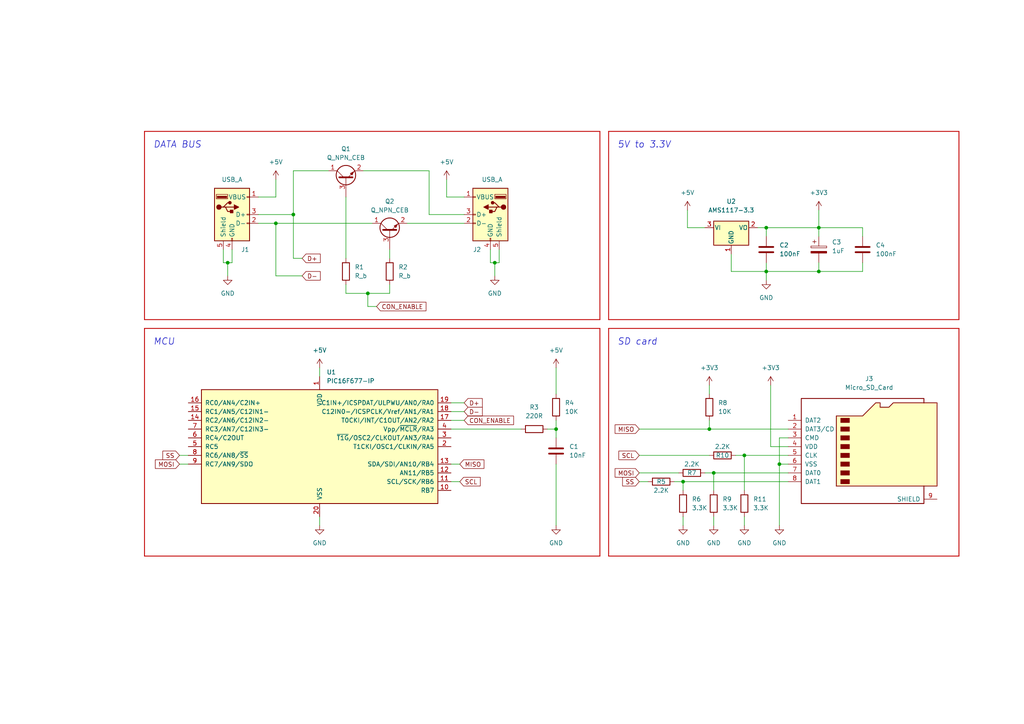
<source format=kicad_sch>
(kicad_sch (version 20211123) (generator eeschema)
  (paper "A4")
  (lib_symbols
    (symbol "Connector:Micro_SD_Card" (pin_names (offset 1.016))
      (property "Reference" "J" (at -16.51 15.24 0))
      (property "Value" "Micro_SD_Card" (at 16.51 15.24 0))
      (symbol "Micro_SD_Card_0_1"
        (rectangle (start -7.62 -9.525) (end -5.08 -10.795) (fill (type outline)))
        (rectangle (start -7.62 -6.985) (end -5.08 -8.255) (fill (type outline)))
        (rectangle (start -7.62 -4.445) (end -5.08 -5.715) (fill (type outline)))
        (rectangle (start -7.62 -1.905) (end -5.08 -3.175) (fill (type outline)))
        (rectangle (start -7.62 0.635) (end -5.08 -0.635) (fill (type outline)))
        (rectangle (start -7.62 3.175) (end -5.08 1.905) (fill (type outline)))
        (rectangle (start -7.62 5.715) (end -5.08 4.445) (fill (type outline)))
        (rectangle (start -7.62 8.255) (end -5.08 6.985) (fill (type outline)))
        (polyline (pts (xy 16.51 12.7) (xy 16.51 13.97) (xy -19.05 13.97) (xy -19.05 -16.51) (xy 16.51 -16.51) (xy 16.51 -11.43)) (stroke (width 0.254)))
        (polyline (pts (xy -8.89 -11.43) (xy -8.89 8.89) (xy -1.27 8.89) (xy 2.54 12.7) (xy 3.81 12.7) (xy 3.81 11.43) (xy 6.35 11.43) (xy 7.62 12.7) (xy 20.32 12.7) (xy 20.32 -11.43) (xy -8.89 -11.43)) (stroke (width 0.254)) (fill (type background)))
      )
      (symbol "Micro_SD_Card_1_1"
        (pin bidirectional line (at -22.86 7.62 0) (length 3.81) (name "DAT2") (number "1"))
        (pin bidirectional line (at -22.86 5.08 0) (length 3.81) (name "DAT3/CD") (number "2"))
        (pin input line (at -22.86 2.54 0) (length 3.81) (name "CMD") (number "3"))
        (pin power_in line (at -22.86 0 0) (length 3.81) (name "VDD") (number "4"))
        (pin input line (at -22.86 -2.54 0) (length 3.81) (name "CLK") (number "5"))
        (pin power_in line (at -22.86 -5.08 0) (length 3.81) (name "VSS") (number "6"))
        (pin bidirectional line (at -22.86 -7.62 0) (length 3.81) (name "DAT0") (number "7"))
        (pin bidirectional line (at -22.86 -10.16 0) (length 3.81) (name "DAT1") (number "8"))
        (pin passive line (at 20.32 -15.24 180) (length 3.81) (name "SHIELD") (number "9"))
      )
    )
    (symbol "Connector:USB_A" (pin_names (offset 1.016))
      (property "Reference" "J" (at -5.08 11.43 0))
      (property "Value" "USB_A" (at -5.08 8.89 0))
      (symbol "USB_A_0_1"
        (rectangle (start -5.08 -7.62) (end 5.08 7.62) (stroke (width 0.254)) (fill (type background)))
        (circle (center -3.81 2.159) (radius 0.635) (stroke (width 0.254)) (fill (type outline)))
        (rectangle (start -1.524 4.826) (end -4.318 5.334) (fill (type outline)))
        (rectangle (start -1.27 4.572) (end -4.572 5.842))
        (circle (center -0.635 3.429) (radius 0.381) (stroke (width 0.254)) (fill (type outline)))
        (rectangle (start -0.127 -7.62) (end 0.127 -6.858))
        (polyline (pts (xy -3.175 2.159) (xy -2.54 2.159) (xy -1.27 3.429) (xy -0.635 3.429)) (stroke (width 0.254)))
        (polyline (pts (xy -2.54 2.159) (xy -1.905 2.159) (xy -1.27 0.889) (xy 0 0.889)) (stroke (width 0.254)))
        (polyline (pts (xy 0.635 2.794) (xy 0.635 1.524) (xy 1.905 2.159) (xy 0.635 2.794)) (stroke (width 0.254)) (fill (type outline)))
        (rectangle (start 0.254 1.27) (end -0.508 0.508) (stroke (width 0.254)) (fill (type outline)))
        (rectangle (start 5.08 -2.667) (end 4.318 -2.413))
        (rectangle (start 5.08 -0.127) (end 4.318 0.127))
        (rectangle (start 5.08 4.953) (end 4.318 5.207))
      )
      (symbol "USB_A_1_1"
        (polyline (pts (xy -1.905 2.159) (xy 0.635 2.159)) (stroke (width 0.254)))
        (pin power_in line (at 7.62 5.08 180) (length 2.54) (name "VBUS") (number "1"))
        (pin bidirectional line (at 7.62 -2.54 180) (length 2.54) (name "D-") (number "2"))
        (pin bidirectional line (at 7.62 0 180) (length 2.54) (name "D+") (number "3"))
        (pin power_in line (at 0 -10.16 90) (length 2.54) (name "GND") (number "4"))
        (pin passive line (at -2.54 -10.16 90) (length 2.54) (name "Shield") (number "5"))
      )
    )
    (symbol "Device:C" (pin_numbers hide) (pin_names (offset 0.254))
      (property "Reference" "C" (at 0.635 2.54 0))
      (property "Value" "C" (at 0.635 -2.54 0))
      (symbol "C_0_1"
        (polyline (pts (xy -2.032 -0.762) (xy 2.032 -0.762)) (stroke (width 0.508)))
        (polyline (pts (xy -2.032 0.762) (xy 2.032 0.762)) (stroke (width 0.508)))
      )
      (symbol "C_1_1"
        (pin passive line (at 0 3.81 270) (length 2.794) (name "~") (number "1"))
        (pin passive line (at 0 -3.81 90) (length 2.794) (name "~") (number "2"))
      )
    )
    (symbol "Device:C_Polarized" (pin_numbers hide) (pin_names (offset 0.254))
      (property "Reference" "C" (at 0.635 2.54 0))
      (property "Value" "C_Polarized" (at 0.635 -2.54 0))
      (symbol "C_Polarized_0_1"
        (rectangle (start -2.286 0.508) (end 2.286 1.016))
        (polyline (pts (xy -1.778 2.286) (xy -0.762 2.286)))
        (polyline (pts (xy -1.27 2.794) (xy -1.27 1.778)))
        (rectangle (start 2.286 -0.508) (end -2.286 -1.016) (fill (type outline)))
      )
      (symbol "C_Polarized_1_1"
        (pin passive line (at 0 3.81 270) (length 2.794) (name "~") (number "1"))
        (pin passive line (at 0 -3.81 90) (length 2.794) (name "~") (number "2"))
      )
    )
    (symbol "Device:Q_NPN_CEB" (pin_names (offset 0) hide)
      (property "Reference" "Q" (at 5.08 1.27 0))
      (property "Value" "Q_NPN_CEB" (at 5.08 -1.27 0))
      (symbol "Q_NPN_CEB_0_1"
        (polyline (pts (xy 0.635 0.635) (xy 2.54 2.54)))
        (polyline (pts (xy 0.635 -0.635) (xy 2.54 -2.54) (xy 2.54 -2.54)))
        (polyline (pts (xy 0.635 1.905) (xy 0.635 -1.905) (xy 0.635 -1.905)) (stroke (width 0.508)))
        (polyline (pts (xy 1.27 -1.778) (xy 1.778 -1.27) (xy 2.286 -2.286) (xy 1.27 -1.778) (xy 1.27 -1.778)) (fill (type outline)))
        (circle (center 1.27 0) (radius 2.8194) (stroke (width 0.254)))
      )
      (symbol "Q_NPN_CEB_1_1"
        (pin passive line (at 2.54 5.08 270) (length 2.54) (name "C") (number "1"))
        (pin passive line (at 2.54 -5.08 90) (length 2.54) (name "E") (number "2"))
        (pin input line (at -5.08 0 0) (length 5.715) (name "B") (number "3"))
      )
    )
    (symbol "Device:R" (pin_numbers hide) (pin_names (offset 0))
      (property "Reference" "R" (at 2.032 0 90))
      (property "Value" "R" (at 0 0 90))
      (symbol "R_0_1"
        (rectangle (start -1.016 -2.54) (end 1.016 2.54) (stroke (width 0.254)))
      )
      (symbol "R_1_1"
        (pin passive line (at 0 3.81 270) (length 1.27) (name "~") (number "1"))
        (pin passive line (at 0 -3.81 90) (length 1.27) (name "~") (number "2"))
      )
    )
    (symbol "MCU_Microchip_PIC16:PIC16F677-IP" (pin_names (offset 1.016))
      (property "Reference" "U" (at 17.78 20.32 0))
      (property "Value" "PIC16F677-IP" (at 17.78 17.78 0))
      (symbol "PIC16F677-IP_0_1"
        (rectangle (start -34.29 16.51) (end 34.29 -16.51) (stroke (width 0.254)) (fill (type background)))
      )
      (symbol "PIC16F677-IP_1_1"
        (pin power_in line (at 0 20.32 270) (length 3.81) (name "VDD") (number "1"))
        (pin bidirectional line (at 38.1 -12.7 180) (length 3.81) (name "RB7") (number "10"))
        (pin bidirectional line (at 38.1 -10.16 180) (length 3.81) (name "SCL/SCK/RB6") (number "11"))
        (pin bidirectional line (at 38.1 -7.62 180) (length 3.81) (name "AN11/RB5") (number "12"))
        (pin bidirectional line (at 38.1 -5.08 180) (length 3.81) (name "SDA/SDI/AN10/RB4") (number "13"))
        (pin bidirectional line (at -38.1 7.62 0) (length 3.81) (name "RC2/AN6/C12IN2-") (number "14"))
        (pin bidirectional line (at -38.1 10.16 0) (length 3.81) (name "RC1/AN5/C12IN1-") (number "15"))
        (pin bidirectional line (at -38.1 12.7 0) (length 3.81) (name "RC0/AN4/C2IN+") (number "16"))
        (pin bidirectional line (at 38.1 7.62 180) (length 3.81) (name "T0CKI/INT/C1OUT/AN2/RA2") (number "17"))
        (pin bidirectional line (at 38.1 10.16 180) (length 3.81) (name "C12IN0-/ICSPCLK/Vref/AN1/RA1") (number "18"))
        (pin bidirectional line (at 38.1 12.7 180) (length 3.81) (name "C1IN+/ICSPDAT/ULPWU/AN0/RA0") (number "19"))
        (pin bidirectional line (at 38.1 0 180) (length 3.81) (name "T1CKI/OSC1/CLKIN/RA5") (number "2"))
        (pin power_in line (at 0 -20.32 90) (length 3.81) (name "VSS") (number "20"))
        (pin bidirectional line (at 38.1 2.54 180) (length 3.81) (name "~{T1G}/OSC2/CLKOUT/AN3/RA4") (number "3"))
        (pin input line (at 38.1 5.08 180) (length 3.81) (name "Vpp/~{MCLR}/RA3") (number "4"))
        (pin bidirectional line (at -38.1 0 0) (length 3.81) (name "RC5") (number "5"))
        (pin bidirectional line (at -38.1 2.54 0) (length 3.81) (name "RC4/C2OUT") (number "6"))
        (pin bidirectional line (at -38.1 5.08 0) (length 3.81) (name "RC3/AN7/C12IN3-") (number "7"))
        (pin bidirectional line (at -38.1 -2.54 0) (length 3.81) (name "RC6/AN8/~{SS}") (number "8"))
        (pin bidirectional line (at -38.1 -5.08 0) (length 3.81) (name "RC7/AN9/SDO") (number "9"))
      )
    )
    (symbol "Regulator_Linear:AMS1117-3.3" (pin_names (offset 0.254))
      (property "Reference" "U" (at -3.81 3.175 0))
      (property "Value" "AMS1117-3.3" (at 0 3.175 0))
      (symbol "AMS1117-3.3_0_1"
        (rectangle (start -5.08 -5.08) (end 5.08 1.905) (stroke (width 0.254)) (fill (type background)))
      )
      (symbol "AMS1117-3.3_1_1"
        (pin power_in line (at 0 -7.62 90) (length 2.54) (name "GND") (number "1"))
        (pin power_out line (at 7.62 0 180) (length 2.54) (name "VO") (number "2"))
        (pin power_in line (at -7.62 0 0) (length 2.54) (name "VI") (number "3"))
      )
    )
    (symbol "power:+3.3V" (power) (pin_names (offset 0))
      (property "Value" "+3.3V" (at 0 3.556 0))
      (symbol "+3.3V_0_1"
        (polyline (pts (xy -0.762 1.27) (xy 0 2.54)))
        (polyline (pts (xy 0 0) (xy 0 2.54)))
        (polyline (pts (xy 0 2.54) (xy 0.762 1.27)))
      )
      (symbol "+3.3V_1_1"
        (pin power_in line (at 0 0 90) (length 0) hide (name "+3V3") (number "1"))
      )
    )
    (symbol "power:+5V" (power) (pin_names (offset 0))
      (property "Value" "+5V" (at 0 3.556 0))
      (symbol "+5V_0_1"
        (polyline (pts (xy -0.762 1.27) (xy 0 2.54)))
        (polyline (pts (xy 0 0) (xy 0 2.54)))
        (polyline (pts (xy 0 2.54) (xy 0.762 1.27)))
      )
      (symbol "+5V_1_1"
        (pin power_in line (at 0 0 90) (length 0) hide (name "+5V") (number "1"))
      )
    )
    (symbol "power:GND" (power) (pin_names (offset 0))
      (property "Value" "GND" (at 0 -3.81 0))
      (symbol "GND_0_1"
        (polyline (pts (xy 0 0) (xy 0 -1.27) (xy 1.27 -1.27) (xy 0 -2.54) (xy -1.27 -1.27) (xy 0 -1.27)))
      )
      (symbol "GND_1_1"
        (pin power_in line (at 0 0 270) (length 0) hide (name "GND") (number "1"))
      )
    )
  )
  (junction (at 161.29 124.46))
  (junction (at 85.09 62.23))
  (junction (at 237.49 66.04))
  (junction (at 198.12 139.7))
  (junction (at 205.74 124.46))
  (junction (at 237.49 78.74))
  (junction (at 106.68 85.09))
  (junction (at 207.01 137.16))
  (junction (at 66.04 76.2))
  (junction (at 222.25 78.74))
  (junction (at 143.51 76.2))
  (junction (at 222.25 66.04))
  (junction (at 80.01 64.77))
  (junction (at 215.9 132.08))
  (junction (at 226.06 134.62))
  (wire (pts (xy 142.24 72.39) (xy 142.24 76.2)))
  (wire (pts (xy 92.71 149.86) (xy 92.71 152.4)))
  (wire (pts (xy 161.29 124.46) (xy 161.29 127)))
  (polyline (pts (xy 176.53 161.29) (xy 278.13 161.29)) (stroke (width 0.254) (type solid) (color 194 0 0 1)))
  (wire (pts (xy 199.39 60.96) (xy 199.39 66.04)))
  (wire (pts (xy 205.74 124.46) (xy 228.6 124.46)))
  (wire (pts (xy 130.81 116.84) (xy 134.62 116.84)))
  (wire (pts (xy 113.03 85.09) (xy 106.68 85.09)))
  (wire (pts (xy 130.81 124.46) (xy 151.13 124.46)))
  (wire (pts (xy 64.77 76.2) (xy 66.04 76.2)))
  (wire (pts (xy 185.42 139.7) (xy 187.96 139.7)))
  (wire (pts (xy 223.52 111.76) (xy 223.52 129.54)))
  (wire (pts (xy 87.63 74.93) (xy 85.09 74.93)))
  (wire (pts (xy 105.41 49.53) (xy 124.46 49.53)))
  (wire (pts (xy 212.09 78.74) (xy 222.25 78.74)))
  (wire (pts (xy 143.51 76.2) (xy 143.51 80.01)))
  (wire (pts (xy 250.19 66.04) (xy 250.19 68.58)))
  (wire (pts (xy 113.03 72.39) (xy 113.03 74.93)))
  (wire (pts (xy 228.6 127) (xy 226.06 127)))
  (wire (pts (xy 142.24 76.2) (xy 143.51 76.2)))
  (wire (pts (xy 213.36 132.08) (xy 215.9 132.08)))
  (wire (pts (xy 219.71 66.04) (xy 222.25 66.04)))
  (wire (pts (xy 237.49 78.74) (xy 237.49 76.2)))
  (wire (pts (xy 113.03 82.55) (xy 113.03 85.09)))
  (wire (pts (xy 100.33 82.55) (xy 100.33 85.09)))
  (polyline (pts (xy 41.91 95.25) (xy 173.99 95.25)) (stroke (width 0.254) (type solid) (color 194 0 0 1)))
  (polyline (pts (xy 173.99 92.71) (xy 173.99 38.1)) (stroke (width 0.254) (type solid) (color 194 0 0 1)))
  (wire (pts (xy 204.47 137.16) (xy 207.01 137.16)))
  (wire (pts (xy 185.42 137.16) (xy 196.85 137.16)))
  (wire (pts (xy 222.25 78.74) (xy 222.25 81.28)))
  (wire (pts (xy 222.25 78.74) (xy 222.25 76.2)))
  (wire (pts (xy 52.07 132.08) (xy 54.61 132.08)))
  (polyline (pts (xy 41.91 161.29) (xy 173.99 161.29)) (stroke (width 0.254) (type solid) (color 194 0 0 1)))
  (wire (pts (xy 215.9 149.86) (xy 215.9 152.4)))
  (wire (pts (xy 198.12 149.86) (xy 198.12 152.4)))
  (wire (pts (xy 205.74 111.76) (xy 205.74 114.3)))
  (wire (pts (xy 222.25 66.04) (xy 237.49 66.04)))
  (wire (pts (xy 161.29 124.46) (xy 161.29 121.92)))
  (wire (pts (xy 100.33 57.15) (xy 100.33 74.93)))
  (wire (pts (xy 52.07 134.62) (xy 54.61 134.62)))
  (wire (pts (xy 205.74 121.92) (xy 205.74 124.46)))
  (wire (pts (xy 130.81 121.92) (xy 134.62 121.92)))
  (wire (pts (xy 85.09 49.53) (xy 85.09 62.23)))
  (wire (pts (xy 74.93 62.23) (xy 85.09 62.23)))
  (wire (pts (xy 195.58 139.7) (xy 198.12 139.7)))
  (wire (pts (xy 118.11 64.77) (xy 134.62 64.77)))
  (polyline (pts (xy 278.13 92.71) (xy 278.13 38.1)) (stroke (width 0.254) (type solid) (color 194 0 0 1)))
  (wire (pts (xy 250.19 76.2) (xy 250.19 78.74)))
  (wire (pts (xy 64.77 72.39) (xy 64.77 76.2)))
  (wire (pts (xy 124.46 62.23) (xy 124.46 49.53)))
  (wire (pts (xy 226.06 134.62) (xy 226.06 152.4)))
  (wire (pts (xy 237.49 66.04) (xy 237.49 68.58)))
  (wire (pts (xy 124.46 62.23) (xy 134.62 62.23)))
  (wire (pts (xy 95.25 49.53) (xy 85.09 49.53)))
  (polyline (pts (xy 176.53 95.25) (xy 278.13 95.25)) (stroke (width 0.254) (type solid) (color 194 0 0 1)))
  (polyline (pts (xy 41.91 38.1) (xy 41.91 92.71)) (stroke (width 0.254) (type solid) (color 194 0 0 1)))
  (wire (pts (xy 161.29 106.68) (xy 161.29 114.3)))
  (wire (pts (xy 212.09 73.66) (xy 212.09 78.74)))
  (wire (pts (xy 74.93 57.15) (xy 80.01 57.15)))
  (wire (pts (xy 143.51 76.2) (xy 144.78 76.2)))
  (wire (pts (xy 85.09 74.93) (xy 85.09 62.23)))
  (wire (pts (xy 185.42 124.46) (xy 205.74 124.46)))
  (wire (pts (xy 144.78 76.2) (xy 144.78 72.39)))
  (wire (pts (xy 161.29 134.62) (xy 161.29 152.4)))
  (wire (pts (xy 237.49 78.74) (xy 250.19 78.74)))
  (wire (pts (xy 226.06 134.62) (xy 228.6 134.62)))
  (wire (pts (xy 198.12 139.7) (xy 228.6 139.7)))
  (wire (pts (xy 198.12 139.7) (xy 198.12 142.24)))
  (wire (pts (xy 207.01 149.86) (xy 207.01 152.4)))
  (wire (pts (xy 207.01 142.24) (xy 207.01 137.16)))
  (wire (pts (xy 80.01 80.01) (xy 87.63 80.01)))
  (wire (pts (xy 223.52 129.54) (xy 228.6 129.54)))
  (wire (pts (xy 106.68 88.9) (xy 106.68 85.09)))
  (polyline (pts (xy 173.99 161.29) (xy 173.99 95.25)) (stroke (width 0.254) (type solid) (color 194 0 0 1)))
  (polyline (pts (xy 41.91 95.25) (xy 41.91 161.29)) (stroke (width 0.254) (type solid) (color 194 0 0 1)))
  (wire (pts (xy 130.81 139.7) (xy 133.35 139.7)))
  (wire (pts (xy 80.01 64.77) (xy 107.95 64.77)))
  (wire (pts (xy 226.06 127) (xy 226.06 134.62)))
  (wire (pts (xy 66.04 76.2) (xy 67.31 76.2)))
  (wire (pts (xy 185.42 132.08) (xy 205.74 132.08)))
  (wire (pts (xy 106.68 85.09) (xy 100.33 85.09)))
  (wire (pts (xy 237.49 66.04) (xy 237.49 60.96)))
  (wire (pts (xy 109.22 88.9) (xy 106.68 88.9)))
  (wire (pts (xy 130.81 119.38) (xy 134.62 119.38)))
  (wire (pts (xy 80.01 64.77) (xy 80.01 80.01)))
  (wire (pts (xy 92.71 106.68) (xy 92.71 109.22)))
  (polyline (pts (xy 41.91 92.71) (xy 173.99 92.71)) (stroke (width 0.254) (type solid) (color 194 0 0 1)))
  (polyline (pts (xy 176.53 92.71) (xy 278.13 92.71)) (stroke (width 0.254) (type solid) (color 194 0 0 1)))
  (wire (pts (xy 67.31 76.2) (xy 67.31 72.39)))
  (polyline (pts (xy 41.91 38.1) (xy 173.99 38.1)) (stroke (width 0.254) (type solid) (color 194 0 0 1)))
  (wire (pts (xy 215.9 132.08) (xy 215.9 142.24)))
  (wire (pts (xy 74.93 64.77) (xy 80.01 64.77)))
  (wire (pts (xy 130.81 134.62) (xy 133.35 134.62)))
  (polyline (pts (xy 176.53 95.25) (xy 176.53 161.29)) (stroke (width 0.254) (type solid) (color 194 0 0 1)))
  (wire (pts (xy 222.25 66.04) (xy 222.25 68.58)))
  (wire (pts (xy 158.75 124.46) (xy 161.29 124.46)))
  (wire (pts (xy 215.9 132.08) (xy 228.6 132.08)))
  (wire (pts (xy 237.49 66.04) (xy 250.19 66.04)))
  (wire (pts (xy 129.54 52.07) (xy 129.54 57.15)))
  (polyline (pts (xy 176.53 38.1) (xy 278.13 38.1)) (stroke (width 0.254) (type solid) (color 194 0 0 1)))
  (wire (pts (xy 66.04 76.2) (xy 66.04 80.01)))
  (wire (pts (xy 129.54 57.15) (xy 134.62 57.15)))
  (wire (pts (xy 199.39 66.04) (xy 204.47 66.04)))
  (polyline (pts (xy 176.53 38.1) (xy 176.53 92.71)) (stroke (width 0.254) (type solid) (color 194 0 0 1)))
  (wire (pts (xy 222.25 78.74) (xy 237.49 78.74)))
  (wire (pts (xy 80.01 52.07) (xy 80.01 57.15)))
  (wire (pts (xy 207.01 137.16) (xy 228.6 137.16)))
  (polyline (pts (xy 278.13 161.29) (xy 278.13 95.25)) (stroke (width 0.254) (type solid) (color 194 0 0 1)))
  (text "DATA BUS" (at 44.45 43.18 0) (effects (font (size 1.905 1.905) italic) (justify left bottom)))
  (text "MCU" (at 44.45 100.33 0) (effects (font (size 1.905 1.905) italic) (justify left bottom)))
  (text "5V to 3.3V" (at 179.07 43.18 0) (effects (font (size 1.905 1.905) italic) (justify left bottom)))
  (text "SD card" (at 179.07 100.33 0) (effects (font (size 1.905 1.905) italic) (justify left bottom)))
  (global_label "SS" (shape input) (at 52.07 132.08 180) (property "Intersheet References" "${INTERSHEET_REFS}" (effects hide)))
  (global_label "SCL" (shape input) (at 185.42 132.08 180) (property "Intersheet References" "${INTERSHEET_REFS}" (effects hide)))
  (global_label "D+" (shape input) (at 134.62 116.84 0) (property "Intersheet References" "${INTERSHEET_REFS}" (effects hide)))
  (global_label "CON_ENABLE" (shape input) (at 109.22 88.9 0) (property "Intersheet References" "${INTERSHEET_REFS}" (effects hide)))
  (global_label "D+" (shape input) (at 87.63 74.93 0) (property "Intersheet References" "${INTERSHEET_REFS}" (effects hide)))
  (global_label "MISO" (shape input) (at 133.35 134.62 0) (property "Intersheet References" "${INTERSHEET_REFS}" (effects hide)))
  (global_label "MOSI" (shape input) (at 52.07 134.62 180) (property "Intersheet References" "${INTERSHEET_REFS}" (effects hide)))
  (global_label "SCL" (shape input) (at 133.35 139.7 0) (property "Intersheet References" "${INTERSHEET_REFS}" (effects hide)))
  (global_label "D-" (shape input) (at 87.63 80.01 0) (property "Intersheet References" "${INTERSHEET_REFS}" (effects hide)))
  (global_label "D-" (shape input) (at 134.62 119.38 0) (property "Intersheet References" "${INTERSHEET_REFS}" (effects hide)))
  (global_label "MISO" (shape input) (at 185.42 124.46 180) (property "Intersheet References" "${INTERSHEET_REFS}" (effects hide)))
  (global_label "MOSI" (shape input) (at 185.42 137.16 180) (property "Intersheet References" "${INTERSHEET_REFS}" (effects hide)))
  (global_label "SS" (shape input) (at 185.42 139.7 180) (property "Intersheet References" "${INTERSHEET_REFS}" (effects hide)))
  (global_label "CON_ENABLE" (shape input) (at 134.62 121.92 0) (property "Intersheet References" "${INTERSHEET_REFS}" (effects hide)))
  (symbol (lib_id "Device:C_Polarized") (at 237.49 72.39 0) (unit 1)
    (property "Reference" "C3" (at 241.3 70.2309 0) (effects (justify left)))
    (property "Value" "1uF" (at 241.3 72.7709 0) (effects (justify left)))
  )
  (symbol (lib_id "Device:R") (at 198.12 146.05 0) (unit 1)
    (property "Reference" "R6" (at 200.66 144.7799 0) (effects (justify left)))
    (property "Value" "3.3K" (at 200.66 147.3199 0) (effects (justify left)))
  )
  (symbol (lib_id "power:+5V") (at 199.39 60.96 0) (unit 1)
    (property "Reference" "#PWR010" (effects hide))
    (property "Value" "+5V" (at 199.39 55.88 0))
  )
  (symbol (lib_id "Device:R") (at 100.33 78.74 180) (unit 1)
    (property "Reference" "R1" (at 102.87 77.4699 0) (effects (justify right)))
    (property "Value" "R_b" (at 102.87 80.0099 0) (effects (justify right)))
  )
  (symbol (lib_id "power:GND") (at 198.12 152.4 0) (unit 1)
    (property "Reference" "#PWR09" (effects hide))
    (property "Value" "GND" (at 198.12 157.48 0))
  )
  (symbol (lib_id "Device:R") (at 205.74 118.11 0) (unit 1)
    (property "Reference" "R8" (at 208.28 116.8399 0) (effects (justify left)))
    (property "Value" "10K" (at 208.28 119.3799 0) (effects (justify left)))
  )
  (symbol (lib_id "Device:R") (at 209.55 132.08 90) (unit 1)
    (property "Reference" "R10" (at 209.55 132.08 90))
    (property "Value" "2.2K" (at 209.55 129.54 90))
  )
  (symbol (lib_id "Device:R") (at 215.9 146.05 0) (unit 1)
    (property "Reference" "R11" (at 218.44 144.7799 0) (effects (justify left)))
    (property "Value" "3.3K" (at 218.44 147.3199 0) (effects (justify left)))
  )
  (symbol (lib_id "power:GND") (at 226.06 152.4 0) (unit 1)
    (property "Reference" "#PWR016" (effects hide))
    (property "Value" "GND" (at 226.06 157.48 0))
  )
  (symbol (lib_id "Device:R") (at 161.29 118.11 180) (unit 1)
    (property "Reference" "R4" (at 163.83 116.8399 0) (effects (justify right)))
    (property "Value" "10K" (at 163.83 119.3799 0) (effects (justify right)))
  )
  (symbol (lib_id "Device:R") (at 207.01 146.05 0) (unit 1)
    (property "Reference" "R9" (at 209.55 144.7799 0) (effects (justify left)))
    (property "Value" "3.3K" (at 209.55 147.3199 0) (effects (justify left)))
  )
  (symbol (lib_id "power:GND") (at 222.25 81.28 0) (unit 1)
    (property "Reference" "#PWR014" (effects hide))
    (property "Value" "GND" (at 222.25 86.36 0))
  )
  (symbol (lib_id "Device:C") (at 161.29 130.81 0) (unit 1)
    (property "Reference" "C1" (at 165.1 129.5399 0) (effects (justify left)))
    (property "Value" "10nF" (at 165.1 132.08 0) (effects (justify left)))
  )
  (symbol (lib_id "Device:R") (at 200.66 137.16 90) (unit 1)
    (property "Reference" "R7" (at 200.66 137.16 90))
    (property "Value" "2.2K" (at 200.66 134.62 90))
  )
  (symbol (lib_id "power:GND") (at 143.51 80.01 0) (unit 1)
    (property "Reference" "#PWR06" (effects hide))
    (property "Value" "GND" (at 143.51 85.09 0))
  )
  (symbol (lib_id "Connector:Micro_SD_Card") (at 251.46 129.54 0) (unit 1)
    (property "Reference" "J3" (at 252.095 109.855 0))
    (property "Value" "Micro_SD_Card" (at 252.095 112.395 0))
    (property "Datasheet" "http://katalog.we-online.de/em/datasheet/693072010801.pdf" (effects hide))
  )
  (symbol (lib_id "Device:C") (at 222.25 72.39 0) (unit 1)
    (property "Reference" "C2" (at 226.06 71.1199 0) (effects (justify left)))
    (property "Value" "100nF" (at 226.06 73.66 0) (effects (justify left)))
  )
  (symbol (lib_id "power:+3.3V") (at 237.49 60.96 0) (unit 1)
    (property "Reference" "#PWR017" (effects hide))
    (property "Value" "+3.3V" (at 237.49 55.88 0))
  )
  (symbol (lib_id "power:+3.3V") (at 223.52 111.76 0) (unit 1)
    (property "Reference" "#PWR015" (effects hide))
    (property "Value" "+3.3V" (at 223.52 106.68 0))
  )
  (symbol (lib_id "Device:R") (at 113.03 78.74 180) (unit 1)
    (property "Reference" "R2" (at 115.57 77.4699 0) (effects (justify right)))
    (property "Value" "R_b" (at 115.57 80.0099 0) (effects (justify right)))
  )
  (symbol (lib_id "Connector:USB_A") (at 67.31 62.23 0) (unit 1)
    (property "Reference" "J1" (at 71.12 72.39 0))
    (property "Value" "USB_A" (at 67.31 52.07 0))
    (property "Datasheet" " ~" (effects hide))
  )
  (symbol (lib_id "Regulator_Linear:AMS1117-3.3") (at 212.09 66.04 0) (unit 1)
    (property "Reference" "U2" (at 212.09 58.42 0))
    (property "Value" "AMS1117-3.3" (at 212.09 60.96 0))
    (property "Footprint" "Package_TO_SOT_SMD:SOT-223-3_TabPin2" (effects hide))
    (property "Datasheet" "http://www.advanced-monolithic.com/pdf/ds1117.pdf" (effects hide))
  )
  (symbol (lib_id "power:+5V") (at 92.71 106.68 0) (unit 1)
    (property "Reference" "#PWR03" (effects hide))
    (property "Value" "+5V" (at 92.71 101.6 0))
  )
  (symbol (lib_id "Connector:USB_A") (at 142.24 62.23 0) (mirror y) (unit 1)
    (property "Reference" "J2" (at 137.16 72.39 0) (effects (justify right)))
    (property "Value" "USB_A" (at 139.7 52.07 0) (effects (justify right)))
    (property "Datasheet" " ~" (effects hide))
  )
  (symbol (lib_id "power:GND") (at 92.71 152.4 0) (unit 1)
    (property "Reference" "#PWR04" (effects hide))
    (property "Value" "GND" (at 92.71 157.48 0))
  )
  (symbol (lib_id "Device:Q_NPN_CEB") (at 113.03 67.31 90) (unit 1)
    (property "Reference" "Q2" (at 113.03 58.42 90))
    (property "Value" "Q_NPN_CEB" (at 113.03 60.96 90))
  )
  (symbol (lib_id "power:+5V") (at 129.54 52.07 0) (unit 1)
    (property "Reference" "#PWR05" (effects hide))
    (property "Value" "+5V" (at 129.54 46.99 0))
  )
  (symbol (lib_id "power:+5V") (at 80.01 52.07 0) (unit 1)
    (property "Reference" "#PWR02" (effects hide))
    (property "Value" "+5V" (at 80.01 46.99 0))
  )
  (symbol (lib_id "Device:C") (at 250.19 72.39 0) (unit 1)
    (property "Reference" "C4" (at 254 71.1199 0) (effects (justify left)))
    (property "Value" "100nF" (at 254 73.66 0) (effects (justify left)))
  )
  (symbol (lib_id "MCU_Microchip_PIC16:PIC16F677-IP") (at 92.71 129.54 0) (unit 1)
    (property "Reference" "U1" (at 94.7294 107.95 0) (effects (justify left)))
    (property "Value" "PIC16F677-IP" (at 94.7294 110.49 0) (effects (justify left)))
    (property "Datasheet" "http://ww1.microchip.com/downloads/en/DeviceDoc/41262E.pdf" (effects hide))
  )
  (symbol (lib_id "Device:Q_NPN_CEB") (at 100.33 52.07 90) (unit 1)
    (property "Reference" "Q1" (at 100.33 43.18 90))
    (property "Value" "Q_NPN_CEB" (at 100.33 45.72 90))
  )
  (symbol (lib_id "power:GND") (at 215.9 152.4 0) (unit 1)
    (property "Reference" "#PWR013" (effects hide))
    (property "Value" "GND" (at 215.9 157.48 0))
  )
  (symbol (lib_id "power:GND") (at 66.04 80.01 0) (unit 1)
    (property "Reference" "#PWR01" (effects hide))
    (property "Value" "GND" (at 66.04 85.09 0))
  )
  (symbol (lib_id "Device:R") (at 154.94 124.46 90) (unit 1)
    (property "Reference" "R3" (at 154.94 118.11 90))
    (property "Value" "220R" (at 154.94 120.65 90))
  )
  (symbol (lib_id "power:+5V") (at 161.29 106.68 0) (unit 1)
    (property "Reference" "#PWR07" (effects hide))
    (property "Value" "+5V" (at 161.29 101.6 0))
  )
  (symbol (lib_id "power:GND") (at 207.01 152.4 0) (unit 1)
    (property "Reference" "#PWR012" (effects hide))
    (property "Value" "GND" (at 207.01 157.48 0))
  )
  (symbol (lib_id "power:GND") (at 161.29 152.4 0) (unit 1)
    (property "Reference" "#PWR08" (effects hide))
    (property "Value" "GND" (at 161.29 157.48 0))
  )
  (symbol (lib_id "Device:R") (at 191.77 139.7 90) (unit 1)
    (property "Reference" "R5" (at 191.77 139.7 90))
    (property "Value" "2.2K" (at 191.77 142.24 90))
  )
  (symbol (lib_id "power:+3.3V") (at 205.74 111.76 0) (unit 1)
    (property "Reference" "#PWR011" (effects hide))
    (property "Value" "+3.3V" (at 205.74 106.68 0))
  )
)
</source>
